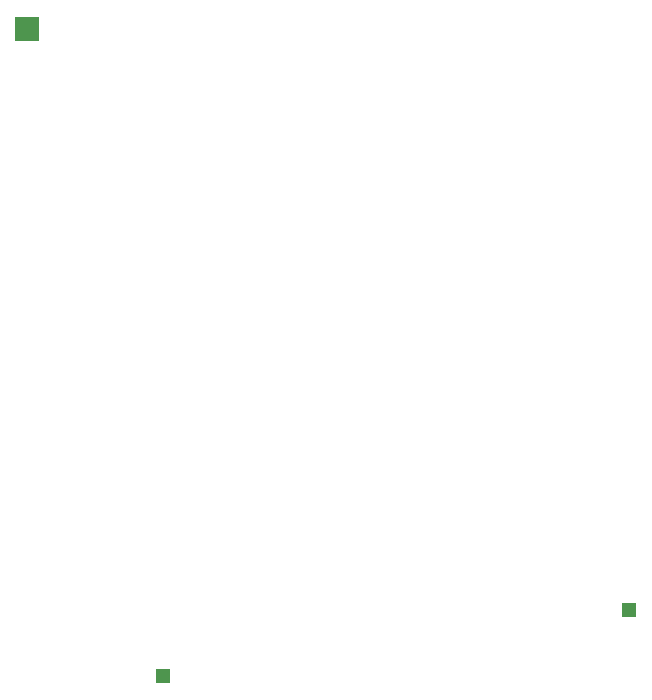
<source format=gbp>
G04 (created by PCBNEW (2013-08-24 BZR 4298)-stable) date Sat 09 Aug 2014 02:40:24 PM PDT*
%MOIN*%
G04 Gerber Fmt 3.4, Leading zero omitted, Abs format*
%FSLAX34Y34*%
G01*
G70*
G90*
G04 APERTURE LIST*
%ADD10C,0.005906*%
%ADD11R,0.078720X0.078720*%
%ADD12R,0.049606X0.049606*%
G04 APERTURE END LIST*
G54D10*
G54D11*
X50003Y-35208D03*
G54D12*
X54517Y-56781D03*
X70068Y-54576D03*
M02*

</source>
